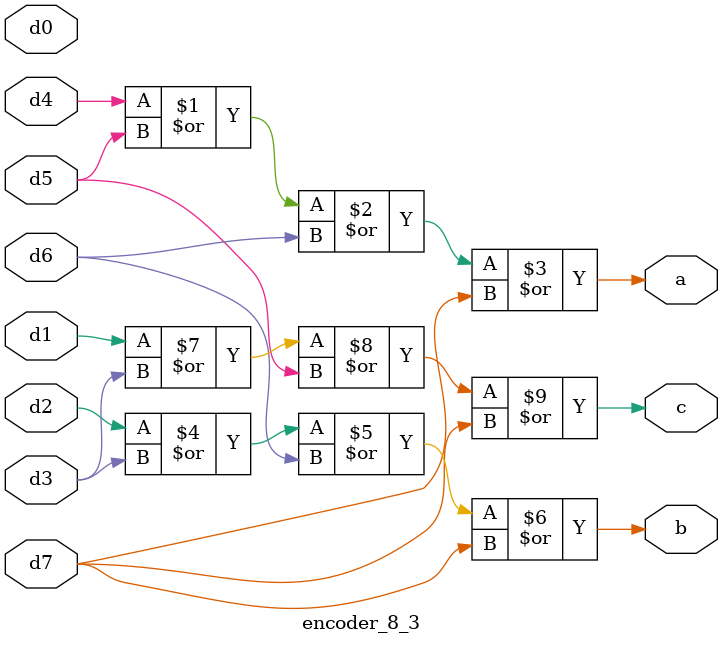
<source format=v>
module encoder_8_3(output a,b,c, input d0,d1,d2,d3,d4,d5,d6,d7);
  assign a=d4|d5|d6|d7;
  assign b=d2|d3|d6|d7;
  assign c=d1|d3|d5|d7;
  
endmodule

</source>
